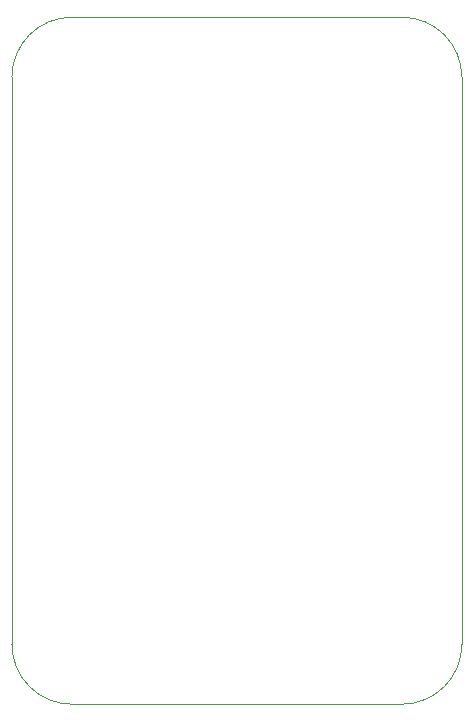
<source format=gbr>
%TF.GenerationSoftware,KiCad,Pcbnew,7.0.1*%
%TF.CreationDate,2023-07-15T13:48:22+02:00*%
%TF.ProjectId,SunSparkESP32,53756e53-7061-4726-9b45-535033322e6b,2.0*%
%TF.SameCoordinates,Original*%
%TF.FileFunction,Profile,NP*%
%FSLAX46Y46*%
G04 Gerber Fmt 4.6, Leading zero omitted, Abs format (unit mm)*
G04 Created by KiCad (PCBNEW 7.0.1) date 2023-07-15 13:48:22*
%MOMM*%
%LPD*%
G01*
G04 APERTURE LIST*
%TA.AperFunction,Profile*%
%ADD10C,0.100000*%
%TD*%
G04 APERTURE END LIST*
D10*
X90170000Y-44450000D02*
G75*
G03*
X85090000Y-39370000I-5080000J0D01*
G01*
X52070000Y-92456000D02*
G75*
G03*
X57150000Y-97536000I5080000J0D01*
G01*
X57150000Y-39370000D02*
G75*
G03*
X52070000Y-44450000I0J-5080000D01*
G01*
X85090000Y-97536000D02*
G75*
G03*
X90170000Y-92456000I0J5080000D01*
G01*
X90170000Y-44450000D02*
X90170000Y-92456000D01*
X52070000Y-92456000D02*
X52070000Y-44450000D01*
X85090000Y-97536000D02*
X57150000Y-97536000D01*
X57150000Y-39370000D02*
X85090000Y-39370000D01*
M02*

</source>
